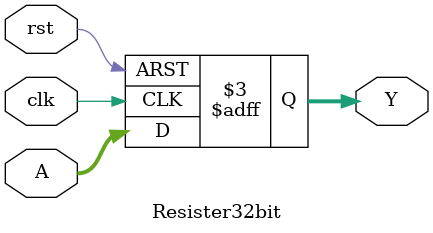
<source format=v>
`timescale 1ns / 1ps


module Resister32bit(A,clk,rst,Y);

input [31:0] A;
input clk,rst;
output reg [31:0] Y;


always @(posedge clk, negedge rst)

begin
 if(~rst) 
     Y <= 32'b0;
 else 
     Y <=A;
end


endmodule

</source>
